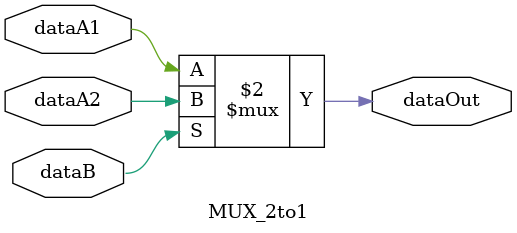
<source format=v>
`timescale 1ns/1ns

module MUX_2to1( dataA2, dataA1, dataB, dataOut );

	input dataA1, dataA2, dataB;

	output dataOut;

      // if dataB = 1 => need to shift right 
	assign dataOut = ( dataB == 1'b1 ) ? dataA2 : dataA1;

endmodule
</source>
